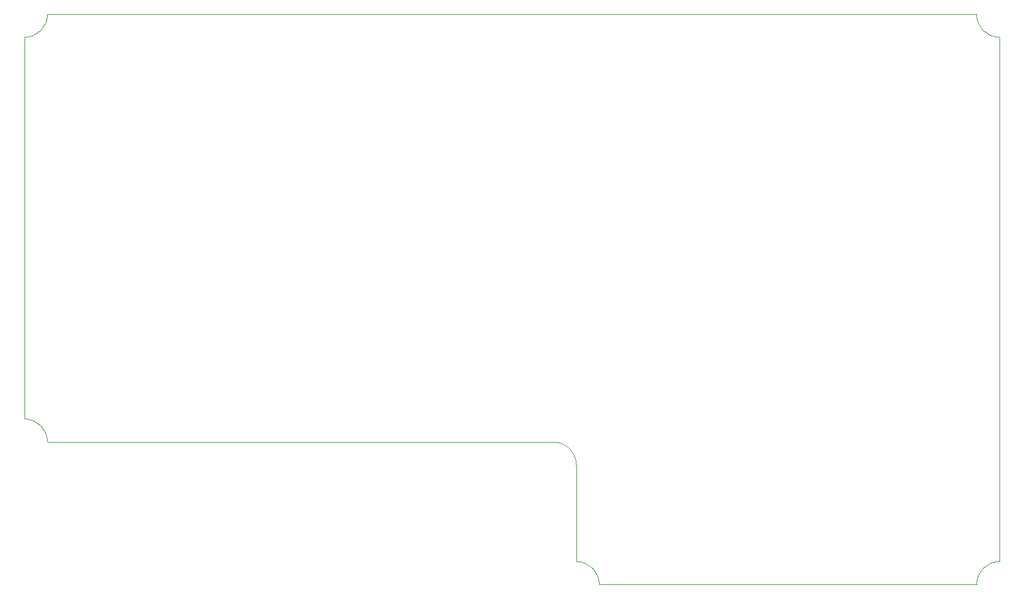
<source format=gbr>
G04 #@! TF.GenerationSoftware,KiCad,Pcbnew,(6.0.0-rc1-dev-1668-g04a478f85)*
G04 #@! TF.CreationDate,2019-04-17T20:28:04-07:00
G04 #@! TF.ProjectId,meson,6d65736f-6e2e-46b6-9963-61645f706362,rev?*
G04 #@! TF.SameCoordinates,Original*
G04 #@! TF.FileFunction,Profile,NP*
%FSLAX46Y46*%
G04 Gerber Fmt 4.6, Leading zero omitted, Abs format (unit mm)*
G04 Created by KiCad (PCBNEW (6.0.0-rc1-dev-1668-g04a478f85)) date 2019-04-17 20:28:04*
%MOMM*%
%LPD*%
G04 APERTURE LIST*
%ADD10C,0.050000*%
G04 APERTURE END LIST*
D10*
X255270000Y-124460000D02*
G75*
G02X258445000Y-121285000I3175000J0D01*
G01*
X258445000Y-48895000D02*
G75*
G02X255270000Y-45720000I0J3175000D01*
G01*
X127000000Y-45720000D02*
G75*
G02X123825000Y-48895000I-3175000J0D01*
G01*
X196850000Y-104775000D02*
G75*
G02X200025000Y-107950000I0J-3175000D01*
G01*
X123825000Y-101600000D02*
G75*
G02X127000000Y-104775000I0J-3175000D01*
G01*
X200025000Y-121285000D02*
G75*
G02X203200000Y-124460000I0J-3175000D01*
G01*
X238760000Y-45720000D02*
X127000000Y-45720000D01*
X123825000Y-48895000D02*
X123825000Y-101600000D01*
X255270000Y-45720000D02*
X238760000Y-45720000D01*
X258445000Y-121285000D02*
X258445000Y-48895000D01*
X203200000Y-124460000D02*
X255270000Y-124460000D01*
X200025000Y-107950000D02*
X200025000Y-121285000D01*
X127000000Y-104775000D02*
X196850000Y-104775000D01*
M02*

</source>
